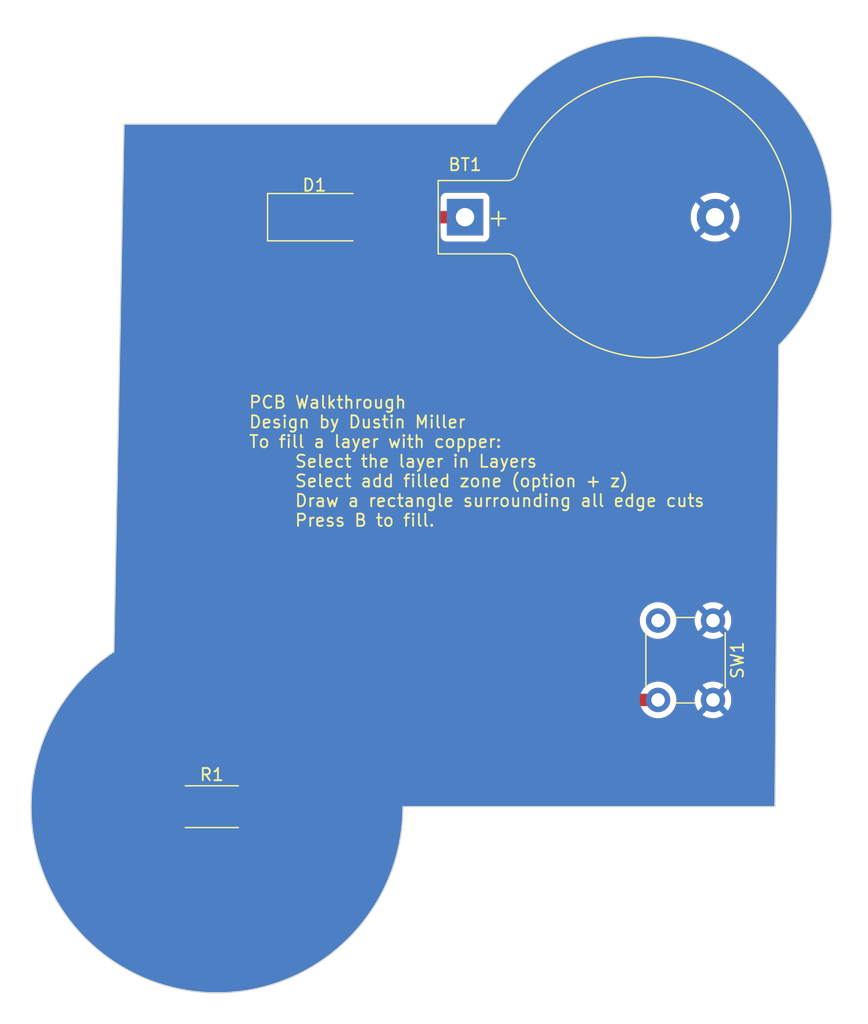
<source format=kicad_pcb>
(kicad_pcb (version 20221018) (generator pcbnew)
  (layers (0 "F.Cu" signal) (31 "B.Cu" signal) (34 "B.Paste" user) (35 "F.Paste" user) (36 "B.SilkS" user "B.Silkscreen") (37 "F.SilkS" user "F.Silkscreen") (38 "B.Mask" user) (39 "F.Mask" user) (44 "Edge.Cuts" user))
  (net 0 "")
  (net 1 "Net-(BT1-+)")
  (net 2 "GND")
  (net 3 "Net-(D1-K)")
  (net 4 "Net-(SW1-B)")
  (footprint "Button_Switch_THT:SW_PUSH_6mm" (layer "F.Cu") (at 198.12 106.68 -90)
    (fp_text reference "SW1" (at 3.25 -2 90) (layer "F.SilkS"))
    (fp_text value "SW_SPST")
    (fp_line (start -0.25 1.5) (end -0.25 3) (stroke (width 0.12)) (layer "F.SilkS"))
    (fp_line (start 1 5.5) (end 5.5 5.5) (stroke (width 0.12)) (layer "F.SilkS"))
    (fp_line (start 5.5 -1) (end 1 -1) (stroke (width 0.12)) (layer "F.SilkS"))
    (fp_line (start 6.75 3) (end 6.75 1.5) (stroke (width 0.12)) (layer "F.SilkS"))
    (pad "1" thru_hole circle (at 0 0) (size 2 2) (drill 1.1) (layers "*.Cu" "*.Mask") (net 2 "GND"))
    (pad "1" thru_hole circle (at 6.5 0) (size 2 2) (drill 1.1) (layers "*.Cu" "*.Mask") (net 2 "GND"))
    (pad "2" thru_hole circle (at 0 4.5) (size 2 2) (drill 1.1) (layers "*.Cu" "*.Mask") (net 4 "Net-(SW1-B)"))
    (pad "2" thru_hole circle (at 6.5 4.5) (size 2 2) (drill 1.1) (layers "*.Cu" "*.Mask") (net 4 "Net-(SW1-B)"))
  )
  (footprint "LED_SMD:LED_2512_6332Metric" (layer "F.Cu") (at 165.46 73.66)
    (fp_text reference "D1" (at 0 -2.62) (layer "F.SilkS"))
    (fp_text value "LED")
    (fp_line (start -3.835 -1.935) (end -3.835 1.935) (stroke (width 0.12)) (layer "F.SilkS"))
    (fp_line (start -3.835 1.935) (end 3.15 1.935) (stroke (width 0.12)) (layer "F.SilkS"))
    (fp_line (start 3.15 -1.935) (end -3.835 -1.935) (stroke (width 0.12)) (layer "F.SilkS"))
    (pad "1" smd roundrect (at -2.9 0) (size 1.35 3.35) (layers "F.Cu" "F.Paste" "F.Mask") (roundrect_rratio 0.185185) (net 3 "Net-(D1-K)"))
    (pad "2" smd roundrect (at 2.9 0) (size 1.35 3.35) (layers "F.Cu" "F.Paste" "F.Mask") (roundrect_rratio 0.185185) (net 1 "Net-(BT1-+)"))
  )
  (footprint "Resistor_SMD:R_2512_6332Metric" (layer "F.Cu") (at 157.0575 121.92)
    (fp_text reference "R1" (at 0 -2.62) (layer "F.SilkS"))
    (fp_text value "R_US")
    (fp_line (start -2.177064 -1.71) (end 2.177064 -1.71) (stroke (width 0.12)) (layer "F.SilkS"))
    (fp_line (start -2.177064 1.71) (end 2.177064 1.71) (stroke (width 0.12)) (layer "F.SilkS"))
    (pad "1" smd roundrect (at -2.9625 0) (size 1.225 3.35) (layers "F.Cu" "F.Paste" "F.Mask") (roundrect_rratio 0.204082) (net 3 "Net-(D1-K)"))
    (pad "2" smd roundrect (at 2.9625 0) (size 1.225 3.35) (layers "F.Cu" "F.Paste" "F.Mask") (roundrect_rratio 0.204082) (net 4 "Net-(SW1-B)"))
  )
  (footprint "Battery:BatteryHolder_Keystone_103_1x20mm" (layer "F.Cu") (at 177.8 73.66)
    (fp_text reference "BT1" (at 0 -4.3) (layer "F.SilkS"))
    (fp_text value "Battery_Cell")
    (fp_text user "+" (at 2.75 0) (layer "F.SilkS") (effects (font (size 1.5 1.5))))
    (fp_line (start -2.2 -3) (end 3.5 -3) (stroke (width 0.12)) (layer "F.SilkS"))
    (fp_line (start -2.2 3) (end -2.2 -3) (stroke (width 0.12)) (layer "F.SilkS"))
    (fp_line (start -2.2 3) (end 3.5 3) (stroke (width 0.12)) (layer "F.SilkS"))
    (fp_arc (start 3.5 3) (mid 3.950694 3.136459) (end 4.25 3.5) (stroke (width 0.12)) (layer "F.SilkS"))
    (fp_arc (start 4.25 -3.5) (mid 3.950694 -3.136459) (end 3.5 -3) (stroke (width 0.12)) (layer "F.SilkS"))
    (fp_arc (start 4.25 -3.5) (mid 16.971103 -11.358466) (end 26.695671 0) (stroke (width 0.12)) (layer "F.SilkS"))
    (fp_arc (start 26.695671 0) (mid 16.971103 11.358466) (end 4.25 3.5) (stroke (width 0.12)) (layer "F.SilkS"))
    (pad "1" thru_hole rect (at 0 0) (size 3 3) (drill 1.5) (layers "*.Cu" "*.Mask") (net 1 "Net-(BT1-+)"))
    (pad "2" thru_hole circle (at 20.49 0) (size 3 3) (drill 1.5) (layers "*.Cu" "*.Mask") (net 2 "GND"))
  )
  (gr_line (start 149.86 66.04) (end 180.340001 66.04) (stroke (width 0.1)) (layer "Edge.Cuts"))
  (gr_line (start 203.512688 84.132688) (end 203.2 121.92) (stroke (width 0.1)) (layer "Edge.Cuts"))
  (gr_line (start 203.2 121.92) (end 172.72 121.92) (stroke (width 0.1)) (layer "Edge.Cuts"))
  (gr_arc (start 180.340001 66.04) (mid 202.154635 61.986191) (end 203.512688 84.132688) (stroke (width 0.1)) (layer "Edge.Cuts"))
  (gr_line (start 149.026369 109.239554) (end 149.86 66.04) (stroke (width 0.1)) (layer "Edge.Cuts"))
  (gr_arc (start 172.72 121.92) (mid 150.288885 135.356721) (end 149.026369 109.239554) (stroke (width 0.1)) (layer "Edge.Cuts"))
  (gr_text "PCB Walkthrough\nDesign by Dustin Miller\nTo fill a layer with copper:\n	Select the layer in Layers\n	Select add filled zone (option + z)\n	Draw a rectangle surrounding all edge cuts\n	Press B to fill." (at 160.02 99.06) (layer "F.SilkS") (effects (font (size 1 1)) (justify left bottom)))
  (segment (start 177.8 73.66) (end 168.36 73.66) (width 1.016) (layer "F.Cu") (net 1))
  (segment (start 198.29 106.51) (end 198.12 106.68) (width 1.016) (layer "F.Cu") (net 2))
  (segment (start 154.095 82.125) (end 162.56 73.66) (width 1.016) (layer "F.Cu") (net 3))
  (segment (start 154.095 121.92) (end 154.095 82.125) (width 1.016) (layer "F.Cu") (net 3))
  (segment (start 168.76 113.18) (end 160.02 121.92) (width 1.016) (layer "F.Cu") (net 4))
  (segment (start 193.62 113.18) (end 168.76 113.18) (width 1.016) (layer "F.Cu") (net 4))
  (zone (net 0) (net_name "") (layer "F.Cu") (priority 1) (connect_pads (clearance 0.5)) (min_thickness 0.25) (fill yes (thermal_gap 0.5) (thermal_bridge_width 0.5) (island_removal_mode 1) (island_area_min 10))
    (polygon (pts (xy 210.82 55.88) (xy 210.82 139.7) (xy 139.7 139.7) (xy 139.7 55.88)))
  )
  (zone (net 2) (net_name "GND") (layer "B.Cu") (connect_pads (clearance 0.5)) (min_thickness 0.25) (fill yes (thermal_gap 0.5) (thermal_bridge_width 0.5))
    (polygon (pts (xy 210.82 55.88) (xy 210.82 139.7) (xy 139.7 139.7) (xy 139.7 55.88)))
  )
)
</source>
